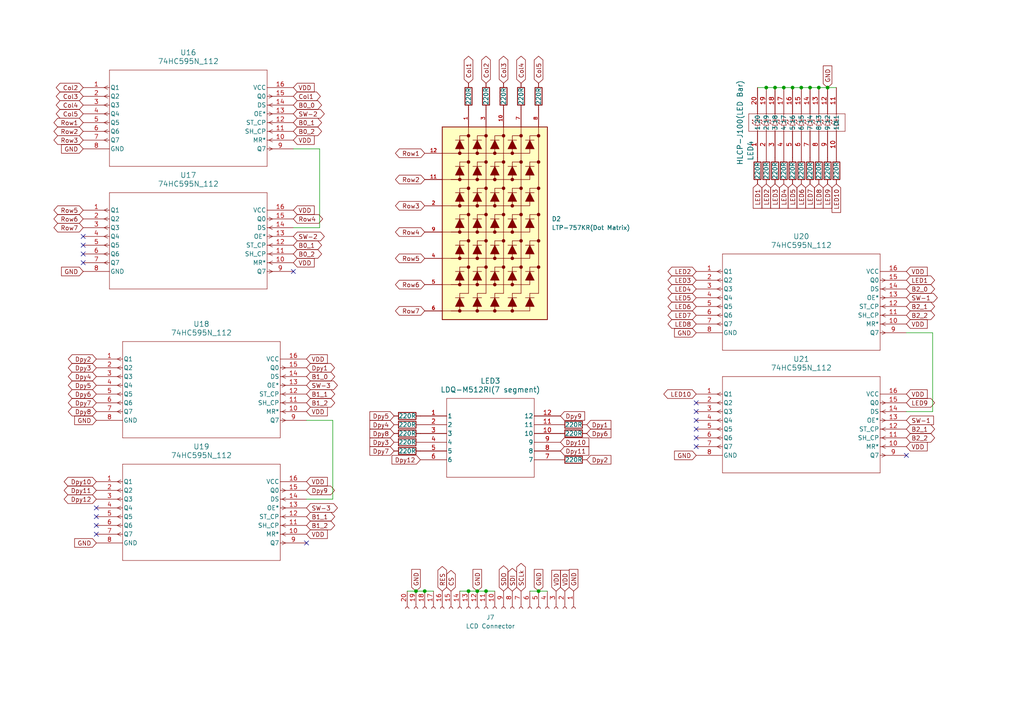
<source format=kicad_sch>
(kicad_sch (version 20231120) (generator "eeschema") (generator_version "8.0")
  (paper "A4")
  (lib_symbols
    (symbol "2024-03-06_11-21-40:LDQ-M512RI" (pin_names (offset 0.254))
      (property "Reference" "LED" (at 20.32 10.16 0))
      (property "Value" "LDQ-M512RI" (at 20.32 7.62 0))
      (symbol "LDQ-M512RI_0_1"
        (pin unspecified line (at 0 0 0) (length 7.62) (name "1") (number "1"))
        (pin unspecified line (at 40.64 -5.08 180) (length 7.62) (name "10") (number "10"))
        (pin unspecified line (at 40.64 -2.54 180) (length 7.62) (name "11") (number "11"))
        (pin unspecified line (at 40.64 0 180) (length 7.62) (name "12") (number "12"))
        (pin unspecified line (at 0 -2.54 0) (length 7.62) (name "2") (number "2"))
        (pin unspecified line (at 0 -5.08 0) (length 7.62) (name "3") (number "3"))
        (pin unspecified line (at 0 -7.62 0) (length 7.62) (name "4") (number "4"))
        (pin unspecified line (at 0 -10.16 0) (length 7.62) (name "5") (number "5"))
        (pin unspecified line (at 0 -12.7 0) (length 7.62) (name "6") (number "6"))
        (pin unspecified line (at 40.64 -12.7 180) (length 7.62) (name "7") (number "7"))
        (pin unspecified line (at 40.64 -10.16 180) (length 7.62) (name "8") (number "8"))
        (pin unspecified line (at 40.64 -7.62 180) (length 7.62) (name "9") (number "9"))
      )
    )
    (symbol "2024-03-06_12-41-42:HLCP-J100" (pin_names (offset 0.254))
      (property "Reference" "LED" (at 10.16 7.62 0))
      (property "Value" "HLCP-J100" (at 12.7 5.08 0))
      (symbol "HLCP-J100_0_1"
        (pin unspecified line (at 0 0 0) (length 7.62) (name "1") (number "1"))
        (pin unspecified line (at 0 -22.86 0) (length 7.62) (name "10") (number "10"))
        (pin unspecified line (at 20.32 -22.86 180) (length 7.62) (name "11") (number "11"))
        (pin unspecified line (at 20.32 -20.32 180) (length 7.62) (name "12") (number "12"))
        (pin unspecified line (at 20.32 -17.78 180) (length 7.62) (name "13") (number "13"))
        (pin unspecified line (at 20.32 -15.24 180) (length 7.62) (name "14") (number "14"))
        (pin unspecified line (at 20.32 -12.7 180) (length 7.62) (name "15") (number "15"))
        (pin unspecified line (at 20.32 -10.16 180) (length 7.62) (name "16") (number "16"))
        (pin unspecified line (at 20.32 -7.62 180) (length 7.62) (name "17") (number "17"))
        (pin unspecified line (at 20.32 -5.08 180) (length 7.62) (name "18") (number "18"))
        (pin unspecified line (at 20.32 -2.54 180) (length 7.62) (name "19") (number "19"))
        (pin unspecified line (at 0 -2.54 0) (length 7.62) (name "2") (number "2"))
        (pin unspecified line (at 20.32 0 180) (length 7.62) (name "20") (number "20"))
        (pin unspecified line (at 0 -5.08 0) (length 7.62) (name "3") (number "3"))
        (pin unspecified line (at 0 -7.62 0) (length 7.62) (name "4") (number "4"))
        (pin unspecified line (at 0 -10.16 0) (length 7.62) (name "5") (number "5"))
        (pin unspecified line (at 0 -12.7 0) (length 7.62) (name "6") (number "6"))
        (pin unspecified line (at 0 -15.24 0) (length 7.62) (name "7") (number "7"))
        (pin unspecified line (at 0 -17.78 0) (length 7.62) (name "8") (number "8"))
        (pin unspecified line (at 0 -20.32 0) (length 7.62) (name "9") (number "9"))
      )
    )
    (symbol "2024-03-29_06-21-10:74HC595N_112" (pin_names (offset 0.254))
      (property "Reference" "U" (at 30.48 10.16 0))
      (property "Value" "74HC595N_112" (at 30.48 7.62 0))
      (symbol "74HC595N_112_0_1"
        (pin output line (at 0 0 0) (length 7.62) (name "Q1") (number "1"))
        (pin input line (at 60.96 -15.24 180) (length 7.62) (name "MR*") (number "10"))
        (pin input line (at 60.96 -12.7 180) (length 7.62) (name "SH_CP") (number "11"))
        (pin input line (at 60.96 -10.16 180) (length 7.62) (name "ST_CP") (number "12"))
        (pin output line (at 60.96 -7.62 180) (length 7.62) (name "OE*") (number "13"))
        (pin input line (at 60.96 -5.08 180) (length 7.62) (name "DS") (number "14"))
        (pin output line (at 60.96 -2.54 180) (length 7.62) (name "Q0") (number "15"))
        (pin power_in line (at 60.96 0 180) (length 7.62) (name "VCC") (number "16"))
        (pin output line (at 0 -2.54 0) (length 7.62) (name "Q2") (number "2"))
        (pin output line (at 0 -5.08 0) (length 7.62) (name "Q3") (number "3"))
        (pin output line (at 0 -7.62 0) (length 7.62) (name "Q4") (number "4"))
        (pin output line (at 0 -10.16 0) (length 7.62) (name "Q5") (number "5"))
        (pin output line (at 0 -12.7 0) (length 7.62) (name "Q6") (number "6"))
        (pin output line (at 0 -15.24 0) (length 7.62) (name "Q7") (number "7"))
        (pin power_in line (at 0 -17.78 0) (length 7.62) (name "GND") (number "8"))
        (pin output line (at 60.96 -17.78 180) (length 7.62) (name "Q7") (number "9"))
      )
    )
    (symbol "Connector:Conn_01x20_Socket" (pin_names (offset 1.016) hide)
      (property "Reference" "J" (at 0 25.4 0))
      (property "Value" "Conn_01x20_Socket" (at 0 -27.94 0))
      (symbol "Conn_01x20_Socket_1_1"
        (pin passive line (at -5.08 22.86 0) (length 3.81) (name "Pin_1") (number "1"))
        (pin passive line (at -5.08 0 0) (length 3.81) (name "Pin_10") (number "10"))
        (pin passive line (at -5.08 -2.54 0) (length 3.81) (name "Pin_11") (number "11"))
        (pin passive line (at -5.08 -5.08 0) (length 3.81) (name "Pin_12") (number "12"))
        (pin passive line (at -5.08 -7.62 0) (length 3.81) (name "Pin_13") (number "13"))
        (pin passive line (at -5.08 -10.16 0) (length 3.81) (name "Pin_14") (number "14"))
        (pin passive line (at -5.08 -12.7 0) (length 3.81) (name "Pin_15") (number "15"))
        (pin passive line (at -5.08 -15.24 0) (length 3.81) (name "Pin_16") (number "16"))
        (pin passive line (at -5.08 -17.78 0) (length 3.81) (name "Pin_17") (number "17"))
        (pin passive line (at -5.08 -20.32 0) (length 3.81) (name "Pin_18") (number "18"))
        (pin passive line (at -5.08 -22.86 0) (length 3.81) (name "Pin_19") (number "19"))
        (pin passive line (at -5.08 20.32 0) (length 3.81) (name "Pin_2") (number "2"))
        (pin passive line (at -5.08 -25.4 0) (length 3.81) (name "Pin_20") (number "20"))
        (pin passive line (at -5.08 17.78 0) (length 3.81) (name "Pin_3") (number "3"))
        (pin passive line (at -5.08 15.24 0) (length 3.81) (name "Pin_4") (number "4"))
        (pin passive line (at -5.08 12.7 0) (length 3.81) (name "Pin_5") (number "5"))
        (pin passive line (at -5.08 10.16 0) (length 3.81) (name "Pin_6") (number "6"))
        (pin passive line (at -5.08 7.62 0) (length 3.81) (name "Pin_7") (number "7"))
        (pin passive line (at -5.08 5.08 0) (length 3.81) (name "Pin_8") (number "8"))
        (pin passive line (at -5.08 2.54 0) (length 3.81) (name "Pin_9") (number "9"))
      )
    )
    (symbol "Device:R" (pin_numbers hide) (pin_names (offset 0))
      (property "Reference" "R" (at 2.032 0 90))
      (property "Value" "R" (at 0 0 90))
      (symbol "R_1_1"
        (pin passive line (at 0 3.81 270) (length 1.27) (name "~") (number "1"))
        (pin passive line (at 0 -3.81 90) (length 1.27) (name "~") (number "2"))
      )
    )
    (symbol "LTP-757KR:LTP-757KR" (pin_names (offset 1.016))
      (property "Reference" "D" (at -17.78 30.48 0))
      (property "Value" "LTP-757KR" (at -17.78 -30.48 0))
      (symbol "LTP-757KR_0_0"
        (pin passive line (at -7.62 33.02 270) (length 5.08) (name "~") (number "1"))
        (pin passive line (at 2.54 33.02 270) (length 5.08) (name "~") (number "10"))
        (pin passive line (at -20.32 12.7 0) (length 5.08) (name "~") (number "11"))
        (pin passive line (at -20.32 20.32 0) (length 5.08) (name "~") (number "12"))
        (pin passive line (at -20.32 5.08 0) (length 5.08) (name "~") (number "2"))
        (pin passive line (at -2.54 33.02 270) (length 5.08) (name "~") (number "3"))
        (pin passive line (at -20.32 -10.16 0) (length 5.08) (name "~") (number "4"))
        (pin passive line (at -20.32 -17.78 0) (length 5.08) (name "~") (number "5"))
        (pin passive line (at -20.32 -25.4 0) (length 5.08) (name "~") (number "6"))
        (pin passive line (at 7.62 33.02 270) (length 5.08) (name "~") (number "7"))
        (pin passive line (at 12.7 33.02 270) (length 5.08) (name "~") (number "8"))
        (pin passive line (at -20.32 -2.54 0) (length 5.08) (name "~") (number "9"))
      )
    )
  )
  (junction (at 227.33 25.4))
  (junction (at 234.95 25.4))
  (junction (at 135.89 171.45))
  (junction (at 222.25 25.4))
  (junction (at 140.97 171.45))
  (junction (at 224.79 25.4))
  (junction (at 120.65 171.45))
  (junction (at 138.43 171.45))
  (junction (at 240.03 25.4))
  (junction (at 123.19 171.45))
  (junction (at 237.49 25.4))
  (junction (at 232.41 25.4))
  (junction (at 156.21 171.45))
  (junction (at 229.87 25.4))
  (no_connect (at 201.93 116.84))
  (no_connect (at 201.93 127))
  (no_connect (at 24.13 68.58))
  (no_connect (at 27.94 149.86))
  (no_connect (at 88.9 157.48))
  (no_connect (at 201.93 121.92))
  (no_connect (at 24.13 73.66))
  (no_connect (at 27.94 147.32))
  (no_connect (at 24.13 71.12))
  (no_connect (at 27.94 154.94))
  (no_connect (at 27.94 152.4))
  (no_connect (at 24.13 76.2))
  (no_connect (at 201.93 129.54))
  (no_connect (at 201.93 119.38))
  (no_connect (at 85.09 78.74))
  (no_connect (at 201.93 124.46))
  (no_connect (at 262.89 132.08))
  (wire (pts (xy 262.89 119.38) (xy 270.51 119.38)))
  (wire (pts (xy 92.71 66.04) (xy 92.71 43.18)))
  (wire (pts (xy 138.43 171.45) (xy 140.97 171.45)))
  (wire (pts (xy 135.89 171.45) (xy 138.43 171.45)))
  (wire (pts (xy 229.87 25.4) (xy 232.41 25.4)))
  (wire (pts (xy 232.41 25.4) (xy 234.95 25.4)))
  (wire (pts (xy 270.51 96.52) (xy 262.89 96.52)))
  (wire (pts (xy 156.21 171.45) (xy 158.75 171.45)))
  (wire (pts (xy 227.33 25.4) (xy 229.87 25.4)))
  (wire (pts (xy 240.03 25.4) (xy 242.57 25.4)))
  (wire (pts (xy 234.95 25.4) (xy 237.49 25.4)))
  (wire (pts (xy 118.11 171.45) (xy 120.65 171.45)))
  (wire (pts (xy 140.97 171.45) (xy 143.51 171.45)))
  (wire (pts (xy 219.71 25.4) (xy 222.25 25.4)))
  (wire (pts (xy 133.35 171.45) (xy 135.89 171.45)))
  (wire (pts (xy 237.49 25.4) (xy 240.03 25.4)))
  (wire (pts (xy 224.79 25.4) (xy 227.33 25.4)))
  (wire (pts (xy 153.67 171.45) (xy 156.21 171.45)))
  (wire (pts (xy 123.19 171.45) (xy 125.73 171.45)))
  (wire (pts (xy 96.52 144.78) (xy 96.52 121.92)))
  (wire (pts (xy 92.71 43.18) (xy 85.09 43.18)))
  (wire (pts (xy 120.65 171.45) (xy 123.19 171.45)))
  (wire (pts (xy 96.52 121.92) (xy 88.9 121.92)))
  (wire (pts (xy 85.09 66.04) (xy 92.71 66.04)))
  (wire (pts (xy 222.25 25.4) (xy 224.79 25.4)))
  (wire (pts (xy 270.51 119.38) (xy 270.51 96.52)))
  (wire (pts (xy 88.9 144.78) (xy 96.52 144.78)))
  (global_label "RES" (shape bidirectional) (at 128.27 171.45 90) (property "Intersheetrefs" "${INTERSHEET_REFS}" (effects (hide yes))))
  (global_label "Col4" (shape bidirectional) (at 151.13 24.13 90) (property "Intersheetrefs" "${INTERSHEET_REFS}" (effects (hide yes))))
  (global_label "Col5" (shape bidirectional) (at 156.21 24.13 90) (property "Intersheetrefs" "${INTERSHEET_REFS}" (effects (hide yes))))
  (global_label "Dpy7" (shape bidirectional) (at 27.94 116.84 180) (property "Intersheetrefs" "${INTERSHEET_REFS}" (effects (hide yes))))
  (global_label "GND" (shape input) (at 240.03 25.4 90) (property "Intersheetrefs" "${INTERSHEET_REFS}" (effects (hide yes))))
  (global_label "Dpy10" (shape bidirectional) (at 27.94 139.7 180) (property "Intersheetrefs" "${INTERSHEET_REFS}" (effects (hide yes))))
  (global_label "SW-2" (shape bidirectional) (at 85.09 33.02 0) (property "Intersheetrefs" "${INTERSHEET_REFS}" (effects (hide yes))))
  (global_label "Dpy6" (shape input) (at 170.18 125.73 0) (property "Intersheetrefs" "${INTERSHEET_REFS}" (effects (hide yes))))
  (global_label "B2_1" (shape bidirectional) (at 262.89 124.46 0) (property "Intersheetrefs" "${INTERSHEET_REFS}" (effects (hide yes))))
  (global_label "Row6" (shape bidirectional) (at 123.19 82.55 180) (property "Intersheetrefs" "${INTERSHEET_REFS}" (effects (hide yes))))
  (global_label "B1_2" (shape bidirectional) (at 88.9 152.4 0) (property "Intersheetrefs" "${INTERSHEET_REFS}" (effects (hide yes))))
  (global_label "B0_1" (shape bidirectional) (at 85.09 71.12 0) (property "Intersheetrefs" "${INTERSHEET_REFS}" (effects (hide yes))))
  (global_label "Row7" (shape bidirectional) (at 123.19 90.17 180) (property "Intersheetrefs" "${INTERSHEET_REFS}" (effects (hide yes))))
  (global_label "Dpy1" (shape bidirectional) (at 88.9 106.68 0) (property "Intersheetrefs" "${INTERSHEET_REFS}" (effects (hide yes))))
  (global_label "GND" (shape input) (at 24.13 43.18 180) (property "Intersheetrefs" "${INTERSHEET_REFS}" (effects (hide yes))))
  (global_label "GND" (shape input) (at 201.93 96.52 180) (property "Intersheetrefs" "${INTERSHEET_REFS}" (effects (hide yes))))
  (global_label "Col3" (shape bidirectional) (at 146.05 24.13 90) (property "Intersheetrefs" "${INTERSHEET_REFS}" (effects (hide yes))))
  (global_label "Dpy2" (shape bidirectional) (at 27.94 104.14 180) (property "Intersheetrefs" "${INTERSHEET_REFS}" (effects (hide yes))))
  (global_label "GND" (shape input) (at 120.65 171.45 90) (property "Intersheetrefs" "${INTERSHEET_REFS}" (effects (hide yes))))
  (global_label "Dpy6" (shape bidirectional) (at 27.94 114.3 180) (property "Intersheetrefs" "${INTERSHEET_REFS}" (effects (hide yes))))
  (global_label "Dpy9" (shape input) (at 162.56 120.65 0) (property "Intersheetrefs" "${INTERSHEET_REFS}" (effects (hide yes))))
  (global_label "LED8" (shape input) (at 237.49 53.34 270) (property "Intersheetrefs" "${INTERSHEET_REFS}" (effects (hide yes))))
  (global_label "B1_0" (shape bidirectional) (at 88.9 109.22 0) (property "Intersheetrefs" "${INTERSHEET_REFS}" (effects (hide yes))))
  (global_label "Col3" (shape bidirectional) (at 24.13 27.94 180) (property "Intersheetrefs" "${INTERSHEET_REFS}" (effects (hide yes))))
  (global_label "B2_2" (shape bidirectional) (at 262.89 127 0) (property "Intersheetrefs" "${INTERSHEET_REFS}" (effects (hide yes))))
  (global_label "LED3" (shape input) (at 224.79 53.34 270) (property "Intersheetrefs" "${INTERSHEET_REFS}" (effects (hide yes))))
  (global_label "SDI" (shape bidirectional) (at 148.59 171.45 90) (property "Intersheetrefs" "${INTERSHEET_REFS}" (effects (hide yes))))
  (global_label "Dpy12" (shape input) (at 121.92 133.35 180) (property "Intersheetrefs" "${INTERSHEET_REFS}" (effects (hide yes))))
  (global_label "Row5" (shape bidirectional) (at 123.19 74.93 180) (property "Intersheetrefs" "${INTERSHEET_REFS}" (effects (hide yes))))
  (global_label "LED2" (shape input) (at 222.25 53.34 270) (property "Intersheetrefs" "${INTERSHEET_REFS}" (effects (hide yes))))
  (global_label "SW-2" (shape bidirectional) (at 85.09 68.58 0) (property "Intersheetrefs" "${INTERSHEET_REFS}" (effects (hide yes))))
  (global_label "GND" (shape input) (at 138.43 171.45 90) (property "Intersheetrefs" "${INTERSHEET_REFS}" (effects (hide yes))))
  (global_label "Dpy12" (shape bidirectional) (at 27.94 144.78 180) (property "Intersheetrefs" "${INTERSHEET_REFS}" (effects (hide yes))))
  (global_label "LED8" (shape bidirectional) (at 201.93 93.98 180) (property "Intersheetrefs" "${INTERSHEET_REFS}" (effects (hide yes))))
  (global_label "Dpy11" (shape input) (at 162.56 130.81 0) (property "Intersheetrefs" "${INTERSHEET_REFS}" (effects (hide yes))))
  (global_label "B0_2" (shape bidirectional) (at 85.09 73.66 0) (property "Intersheetrefs" "${INTERSHEET_REFS}" (effects (hide yes))))
  (global_label "Dpy4" (shape input) (at 114.3 123.19 180) (property "Intersheetrefs" "${INTERSHEET_REFS}" (effects (hide yes))))
  (global_label "VDD" (shape input) (at 88.9 104.14 0) (property "Intersheetrefs" "${INTERSHEET_REFS}" (effects (hide yes))))
  (global_label "VDD" (shape input) (at 85.09 76.2 0) (property "Intersheetrefs" "${INTERSHEET_REFS}" (effects (hide yes))))
  (global_label "LED10" (shape input) (at 242.57 53.34 270) (property "Intersheetrefs" "${INTERSHEET_REFS}" (effects (hide yes))))
  (global_label "Dpy1" (shape input) (at 170.18 123.19 0) (property "Intersheetrefs" "${INTERSHEET_REFS}" (effects (hide yes))))
  (global_label "GND" (shape input) (at 27.94 121.92 180) (property "Intersheetrefs" "${INTERSHEET_REFS}" (effects (hide yes))))
  (global_label "SCLk" (shape bidirectional) (at 151.13 171.45 90) (property "Intersheetrefs" "${INTERSHEET_REFS}" (effects (hide yes))))
  (global_label "VDD" (shape input) (at 161.29 171.45 90) (property "Intersheetrefs" "${INTERSHEET_REFS}" (effects (hide yes))))
  (global_label "GND" (shape input) (at 166.37 171.45 90) (property "Intersheetrefs" "${INTERSHEET_REFS}" (effects (hide yes))))
  (global_label "Dpy9" (shape bidirectional) (at 88.9 142.24 0) (property "Intersheetrefs" "${INTERSHEET_REFS}" (effects (hide yes))))
  (global_label "LED7" (shape input) (at 234.95 53.34 270) (property "Intersheetrefs" "${INTERSHEET_REFS}" (effects (hide yes))))
  (global_label "Row3" (shape bidirectional) (at 24.13 40.64 180) (property "Intersheetrefs" "${INTERSHEET_REFS}" (effects (hide yes))))
  (global_label "LED9" (shape input) (at 240.03 53.34 270) (property "Intersheetrefs" "${INTERSHEET_REFS}" (effects (hide yes))))
  (global_label "B0_1" (shape bidirectional) (at 85.09 35.56 0) (property "Intersheetrefs" "${INTERSHEET_REFS}" (effects (hide yes))))
  (global_label "VDD" (shape input) (at 85.09 25.4 0) (property "Intersheetrefs" "${INTERSHEET_REFS}" (effects (hide yes))))
  (global_label "Dpy3" (shape bidirectional) (at 27.94 106.68 180) (property "Intersheetrefs" "${INTERSHEET_REFS}" (effects (hide yes))))
  (global_label "B0_0" (shape bidirectional) (at 85.09 30.48 0) (property "Intersheetrefs" "${INTERSHEET_REFS}" (effects (hide yes))))
  (global_label "LED4" (shape bidirectional) (at 201.93 83.82 180) (property "Intersheetrefs" "${INTERSHEET_REFS}" (effects (hide yes))))
  (global_label "VDD" (shape input) (at 85.09 40.64 0) (property "Intersheetrefs" "${INTERSHEET_REFS}" (effects (hide yes))))
  (global_label "VDD" (shape input) (at 262.89 114.3 0) (property "Intersheetrefs" "${INTERSHEET_REFS}" (effects (hide yes))))
  (global_label "VDD" (shape input) (at 88.9 154.94 0) (property "Intersheetrefs" "${INTERSHEET_REFS}" (effects (hide yes))))
  (global_label "LED1" (shape bidirectional) (at 262.89 81.28 0) (property "Intersheetrefs" "${INTERSHEET_REFS}" (effects (hide yes))))
  (global_label "LED2" (shape bidirectional) (at 201.93 78.74 180) (property "Intersheetrefs" "${INTERSHEET_REFS}" (effects (hide yes))))
  (global_label "LED4" (shape input) (at 227.33 53.34 270) (property "Intersheetrefs" "${INTERSHEET_REFS}" (effects (hide yes))))
  (global_label "Row5" (shape bidirectional) (at 24.13 60.96 180) (property "Intersheetrefs" "${INTERSHEET_REFS}" (effects (hide yes))))
  (global_label "Dpy5" (shape input) (at 114.3 120.65 180) (property "Intersheetrefs" "${INTERSHEET_REFS}" (effects (hide yes))))
  (global_label "CS" (shape bidirectional) (at 130.81 171.45 90) (property "Intersheetrefs" "${INTERSHEET_REFS}" (effects (hide yes))))
  (global_label "SDO" (shape bidirectional) (at 146.05 171.45 90) (property "Intersheetrefs" "${INTERSHEET_REFS}" (effects (hide yes))))
  (global_label "B2_1" (shape bidirectional) (at 262.89 88.9 0) (property "Intersheetrefs" "${INTERSHEET_REFS}" (effects (hide yes))))
  (global_label "B1_1" (shape bidirectional) (at 88.9 149.86 0) (property "Intersheetrefs" "${INTERSHEET_REFS}" (effects (hide yes))))
  (global_label "VDD" (shape input) (at 163.83 171.45 90) (property "Intersheetrefs" "${INTERSHEET_REFS}" (effects (hide yes))))
  (global_label "SW-3" (shape bidirectional) (at 88.9 111.76 0) (property "Intersheetrefs" "${INTERSHEET_REFS}" (effects (hide yes))))
  (global_label "Dpy2" (shape input) (at 170.18 133.35 0) (property "Intersheetrefs" "${INTERSHEET_REFS}" (effects (hide yes))))
  (global_label "Col1" (shape bidirectional) (at 135.89 24.13 90) (property "Intersheetrefs" "${INTERSHEET_REFS}" (effects (hide yes))))
  (global_label "Col1" (shape bidirectional) (at 85.09 27.94 0) (property "Intersheetrefs" "${INTERSHEET_REFS}" (effects (hide yes))))
  (global_label "LED7" (shape bidirectional) (at 201.93 91.44 180) (property "Intersheetrefs" "${INTERSHEET_REFS}" (effects (hide yes))))
  (global_label "Row4" (shape bidirectional) (at 123.19 67.31 180) (property "Intersheetrefs" "${INTERSHEET_REFS}" (effects (hide yes))))
  (global_label "B2_2" (shape bidirectional) (at 262.89 91.44 0) (property "Intersheetrefs" "${INTERSHEET_REFS}" (effects (hide yes))))
  (global_label "B0_2" (shape bidirectional) (at 85.09 38.1 0) (property "Intersheetrefs" "${INTERSHEET_REFS}" (effects (hide yes))))
  (global_label "Dpy11" (shape bidirectional) (at 27.94 142.24 180) (property "Intersheetrefs" "${INTERSHEET_REFS}" (effects (hide yes))))
  (global_label "Dpy8" (shape input) (at 114.3 125.73 180) (property "Intersheetrefs" "${INTERSHEET_REFS}" (effects (hide yes))))
  (global_label "Row7" (shape bidirectional) (at 24.13 66.04 180) (property "Intersheetrefs" "${INTERSHEET_REFS}" (effects (hide yes))))
  (global_label "Row2" (shape bidirectional) (at 123.19 52.07 180) (property "Intersheetrefs" "${INTERSHEET_REFS}" (effects (hide yes))))
  (global_label "VDD" (shape input) (at 262.89 129.54 0) (property "Intersheetrefs" "${INTERSHEET_REFS}" (effects (hide yes))))
  (global_label "Row2" (shape bidirectional) (at 24.13 38.1 180) (property "Intersheetrefs" "${INTERSHEET_REFS}" (effects (hide yes))))
  (global_label "VDD" (shape input) (at 262.89 78.74 0) (property "Intersheetrefs" "${INTERSHEET_REFS}" (effects (hide yes))))
  (global_label "Dpy5" (shape bidirectional) (at 27.94 111.76 180) (property "Intersheetrefs" "${INTERSHEET_REFS}" (effects (hide yes))))
  (global_label "Row6" (shape bidirectional) (at 24.13 63.5 180) (property "Intersheetrefs" "${INTERSHEET_REFS}" (effects (hide yes))))
  (global_label "Col2" (shape bidirectional) (at 24.13 25.4 180) (property "Intersheetrefs" "${INTERSHEET_REFS}" (effects (hide yes))))
  (global_label "Col4" (shape bidirectional) (at 24.13 30.48 180) (property "Intersheetrefs" "${INTERSHEET_REFS}" (effects (hide yes))))
  (global_label "Dpy4" (shape bidirectional) (at 27.94 109.22 180) (property "Intersheetrefs" "${INTERSHEET_REFS}" (effects (hide yes))))
  (global_label "SW-1" (shape bidirectional) (at 262.89 86.36 0) (property "Intersheetrefs" "${INTERSHEET_REFS}" (effects (hide yes))))
  (global_label "VDD" (shape input) (at 262.89 93.98 0) (property "Intersheetrefs" "${INTERSHEET_REFS}" (effects (hide yes))))
  (global_label "VDD" (shape input) (at 88.9 119.38 0) (property "Intersheetrefs" "${INTERSHEET_REFS}" (effects (hide yes))))
  (global_label "Dpy10" (shape input) (at 162.56 128.27 0) (property "Intersheetrefs" "${INTERSHEET_REFS}" (effects (hide yes))))
  (global_label "LED9" (shape bidirectional) (at 262.89 116.84 0) (property "Intersheetrefs" "${INTERSHEET_REFS}" (effects (hide yes))))
  (global_label "GND" (shape input) (at 156.21 171.45 90) (property "Intersheetrefs" "${INTERSHEET_REFS}" (effects (hide yes))))
  (global_label "Dpy8" (shape bidirectional) (at 27.94 119.38 180) (property "Intersheetrefs" "${INTERSHEET_REFS}" (effects (hide yes))))
  (global_label "SW-3" (shape bidirectional) (at 88.9 147.32 0) (property "Intersheetrefs" "${INTERSHEET_REFS}" (effects (hide yes))))
  (global_label "Dpy3" (shape input) (at 114.3 128.27 180) (property "Intersheetrefs" "${INTERSHEET_REFS}" (effects (hide yes))))
  (global_label "Row1" (shape bidirectional) (at 24.13 35.56 180) (property "Intersheetrefs" "${INTERSHEET_REFS}" (effects (hide yes))))
  (global_label "Row1" (shape bidirectional) (at 123.19 44.45 180) (property "Intersheetrefs" "${INTERSHEET_REFS}" (effects (hide yes))))
  (global_label "LED1" (shape input) (at 219.71 53.34 270) (property "Intersheetrefs" "${INTERSHEET_REFS}" (effects (hide yes))))
  (global_label "LED6" (shape input) (at 232.41 53.34 270) (property "Intersheetrefs" "${INTERSHEET_REFS}" (effects (hide yes))))
  (global_label "B2_0" (shape bidirectional) (at 262.89 83.82 0) (property "Intersheetrefs" "${INTERSHEET_REFS}" (effects (hide yes))))
  (global_label "B1_2" (shape bidirectional) (at 88.9 116.84 0) (property "Intersheetrefs" "${INTERSHEET_REFS}" (effects (hide yes))))
  (global_label "Dpy7" (shape input) (at 114.3 130.81 180) (property "Intersheetrefs" "${INTERSHEET_REFS}" (effects (hide yes))))
  (global_label "LED5" (shape input) (at 229.87 53.34 270) (property "Intersheetrefs" "${INTERSHEET_REFS}" (effects (hide yes))))
  (global_label "GND" (shape input) (at 24.13 78.74 180) (property "Intersheetrefs" "${INTERSHEET_REFS}" (effects (hide yes))))
  (global_label "LED6" (shape bidirectional) (at 201.93 88.9 180) (property "Intersheetrefs" "${INTERSHEET_REFS}" (effects (hide yes))))
  (global_label "SW-1" (shape input) (at 262.89 121.92 0) (property "Intersheetrefs" "${INTERSHEET_REFS}" (effects (hide yes))))
  (global_label "LED10" (shape bidirectional) (at 201.93 114.3 180) (property "Intersheetrefs" "${INTERSHEET_REFS}" (effects (hide yes))))
  (global_label "LED3" (shape bidirectional) (at 201.93 81.28 180) (property "Intersheetrefs" "${INTERSHEET_REFS}" (effects (hide yes))))
  (global_label "VDD" (shape input) (at 85.09 60.96 0) (property "Intersheetrefs" "${INTERSHEET_REFS}" (effects (hide yes))))
  (global_label "VDD" (shape input) (at 88.9 139.7 0) (property "Intersheetrefs" "${INTERSHEET_REFS}" (effects (hide yes))))
  (global_label "GND" (shape input) (at 201.93 132.08 180) (property "Intersheetrefs" "${INTERSHEET_REFS}" (effects (hide yes))))
  (global_label "LED5" (shape bidirectional) (at 201.93 86.36 180) (property "Intersheetrefs" "${INTERSHEET_REFS}" (effects (hide yes))))
  (global_label "Row4" (shape bidirectional) (at 85.09 63.5 0) (property "Intersheetrefs" "${INTERSHEET_REFS}" (effects (hide yes))))
  (global_label "Col2" (shape bidirectional) (at 140.97 24.13 90) (property "Intersheetrefs" "${INTERSHEET_REFS}" (effects (hide yes))))
  (global_label "GND" (shape input) (at 27.94 157.48 180) (property "Intersheetrefs" "${INTERSHEET_REFS}" (effects (hide yes))))
  (global_label "Col5" (shape bidirectional) (at 24.13 33.02 180) (property "Intersheetrefs" "${INTERSHEET_REFS}" (effects (hide yes))))
  (global_label "B1_1" (shape bidirectional) (at 88.9 114.3 0) (property "Intersheetrefs" "${INTERSHEET_REFS}" (effects (hide yes))))
  (global_label "Row3" (shape bidirectional) (at 123.19 59.69 180) (property "Intersheetrefs" "${INTERSHEET_REFS}" (effects (hide yes))))
  (symbol (lib_id "Device:R") (at 242.57 49.53 180) (unit 1)
    (property "Reference" "R51" (effects (hide yes)))
    (property "Value" "220R" (at 242.57 49.53 90))
    (property "Footprint" "Resistor_SMD:R_0603_1608Metric" (effects (hide yes)))
    (property "Description" "Resistor" (effects (hide yes)))
  )
  (symbol (lib_id "2024-03-06_11-21-40:LDQ-M512RI") (at 121.92 120.65 0) (unit 1)
    (property "Reference" "LED3" (at 142.24 110.49 0) (effects (font (size 1.524 1.524))))
    (property "Value" "LDQ-M512RI(7 segment)" (at 142.24 113.03 0) (effects (font (size 1.524 1.524))))
    (property "Footprint" "footprints1:LDQ-M512RI_50P3X19_LUM" (effects (hide yes)))
    (property "Datasheet" "LDQ-M512RI" (effects (hide yes)))
  )
  (symbol (lib_id "Device:R") (at 118.11 125.73 90) (unit 1)
    (property "Reference" "R39" (effects (hide yes)))
    (property "Value" "220R" (at 118.11 125.73 90))
    (property "Footprint" "Resistor_SMD:R_0603_1608Metric" (effects (hide yes)))
    (property "Description" "Resistor" (effects (hide yes)))
  )
  (symbol (lib_id "Device:R") (at 237.49 49.53 180) (unit 1)
    (property "Reference" "R49" (effects (hide yes)))
    (property "Value" "220R" (at 237.49 49.53 90))
    (property "Footprint" "Resistor_SMD:R_0603_1608Metric" (effects (hide yes)))
    (property "Description" "Resistor" (effects (hide yes)))
  )
  (symbol (lib_id "Device:R") (at 224.79 49.53 180) (unit 1)
    (property "Reference" "R44" (effects (hide yes)))
    (property "Value" "220R" (at 224.79 49.53 90))
    (property "Footprint" "Resistor_SMD:R_0603_1608Metric" (effects (hide yes)))
    (property "Description" "Resistor" (effects (hide yes)))
  )
  (symbol (lib_id "Device:R") (at 229.87 49.53 180) (unit 1)
    (property "Reference" "R46" (effects (hide yes)))
    (property "Value" "220R" (at 229.87 49.53 90))
    (property "Footprint" "Resistor_SMD:R_0603_1608Metric" (effects (hide yes)))
    (property "Description" "Resistor" (effects (hide yes)))
  )
  (symbol (lib_id "Device:R") (at 118.11 120.65 90) (unit 1)
    (property "Reference" "R36" (effects (hide yes)))
    (property "Value" "220R" (at 118.11 120.65 90))
    (property "Footprint" "Resistor_SMD:R_0603_1608Metric" (effects (hide yes)))
    (property "Description" "Resistor" (effects (hide yes)))
  )
  (symbol (lib_id "Device:R") (at 135.89 27.94 180) (unit 1)
    (property "Reference" "R52" (effects (hide yes)))
    (property "Value" "220R" (at 135.89 27.94 90))
    (property "Footprint" "Resistor_SMD:R_0603_1608Metric" (effects (hide yes)))
    (property "Description" "Resistor" (effects (hide yes)))
  )
  (symbol (lib_id "2024-03-29_06-21-10:74HC595N_112") (at 24.13 25.4 0) (unit 1)
    (property "Reference" "U16" (at 54.61 15.24 0) (effects (font (size 1.524 1.524))))
    (property "Value" "74HC595N_112" (at 54.61 17.78 0) (effects (font (size 1.524 1.524))))
    (property "Footprint" "74HC595N_112:74HC595N_112" (effects (hide yes)))
    (property "Datasheet" "74HC595N_112" (effects (hide yes)))
  )
  (symbol (lib_id "Device:R") (at 146.05 27.94 180) (unit 1)
    (property "Reference" "R54" (effects (hide yes)))
    (property "Value" "220R" (at 146.05 27.94 90))
    (property "Footprint" "Resistor_SMD:R_0603_1608Metric" (effects (hide yes)))
    (property "Description" "Resistor" (effects (hide yes)))
  )
  (symbol (lib_id "Device:R") (at 118.11 123.19 90) (unit 1)
    (property "Reference" "R38" (effects (hide yes)))
    (property "Value" "220R" (at 118.11 123.19 90))
    (property "Footprint" "Resistor_SMD:R_0603_1608Metric" (effects (hide yes)))
    (property "Description" "Resistor" (effects (hide yes)))
  )
  (symbol (lib_id "Device:R") (at 118.11 128.27 90) (unit 1)
    (property "Reference" "R40" (effects (hide yes)))
    (property "Value" "220R" (at 118.11 128.27 90))
    (property "Footprint" "Resistor_SMD:R_0603_1608Metric" (effects (hide yes)))
    (property "Description" "Resistor" (effects (hide yes)))
  )
  (symbol (lib_id "2024-03-29_06-21-10:74HC595N_112") (at 27.94 104.14 0) (unit 1)
    (property "Reference" "U18" (at 58.42 93.98 0) (effects (font (size 1.524 1.524))))
    (property "Value" "74HC595N_112" (at 58.42 96.52 0) (effects (font (size 1.524 1.524))))
    (property "Footprint" "74HC595N_112:74HC595N_112" (effects (hide yes)))
    (property "Datasheet" "74HC595N_112" (effects (hide yes)))
  )
  (symbol (lib_id "Device:R") (at 234.95 49.53 180) (unit 1)
    (property "Reference" "R48" (effects (hide yes)))
    (property "Value" "220R" (at 234.95 49.53 90))
    (property "Footprint" "Resistor_SMD:R_0603_1608Metric" (effects (hide yes)))
    (property "Description" "Resistor" (effects (hide yes)))
  )
  (symbol (lib_id "2024-03-29_06-21-10:74HC595N_112") (at 201.93 78.74 0) (unit 1)
    (property "Reference" "U20" (at 232.41 68.58 0) (effects (font (size 1.524 1.524))))
    (property "Value" "74HC595N_112" (at 232.41 71.12 0) (effects (font (size 1.524 1.524))))
    (property "Footprint" "74HC595N_112:74HC595N_112" (effects (hide yes)))
    (property "Datasheet" "74HC595N_112" (effects (hide yes)))
  )
  (symbol (lib_id "2024-03-29_06-21-10:74HC595N_112") (at 201.93 114.3 0) (unit 1)
    (property "Reference" "U21" (at 232.41 104.14 0) (effects (font (size 1.524 1.524))))
    (property "Value" "74HC595N_112" (at 232.41 106.68 0) (effects (font (size 1.524 1.524))))
    (property "Footprint" "74HC595N_112:74HC595N_112" (effects (hide yes)))
    (property "Datasheet" "74HC595N_112" (effects (hide yes)))
  )
  (symbol (lib_id "2024-03-29_06-21-10:74HC595N_112") (at 24.13 60.96 0) (unit 1)
    (property "Reference" "U17" (at 54.61 50.8 0) (effects (font (size 1.524 1.524))))
    (property "Value" "74HC595N_112" (at 54.61 53.34 0) (effects (font (size 1.524 1.524))))
    (property "Footprint" "74HC595N_112:74HC595N_112" (effects (hide yes)))
    (property "Datasheet" "74HC595N_112" (effects (hide yes)))
  )
  (symbol (lib_id "Device:R") (at 227.33 49.53 180) (unit 1)
    (property "Reference" "R45" (effects (hide yes)))
    (property "Value" "220R" (at 227.33 49.53 90))
    (property "Footprint" "Resistor_SMD:R_0603_1608Metric" (effects (hide yes)))
    (property "Description" "Resistor" (effects (hide yes)))
  )
  (symbol (lib_id "Device:R") (at 118.11 130.81 90) (unit 1)
    (property "Reference" "R41" (effects (hide yes)))
    (property "Value" "220R" (at 118.11 130.81 90))
    (property "Footprint" "Resistor_SMD:R_0603_1608Metric" (effects (hide yes)))
    (property "Description" "Resistor" (effects (hide yes)))
  )
  (symbol (lib_id "Device:R") (at 166.37 133.35 90) (unit 1)
    (property "Reference" "R59" (effects (hide yes)))
    (property "Value" "220R" (at 166.37 133.35 90))
    (property "Footprint" "Resistor_SMD:R_0603_1608Metric" (effects (hide yes)))
    (property "Description" "Resistor" (effects (hide yes)))
  )
  (symbol (lib_id "Device:R") (at 156.21 27.94 180) (unit 1)
    (property "Reference" "R56" (effects (hide yes)))
    (property "Value" "220R" (at 156.21 27.94 90))
    (property "Footprint" "Resistor_SMD:R_0603_1608Metric" (effects (hide yes)))
    (property "Description" "Resistor" (effects (hide yes)))
  )
  (symbol (lib_id "2024-03-06_12-41-42:HLCP-J100") (at 219.71 45.72 90) (unit 1)
    (property "Reference" "LED4" (at 217.678 43.688 0) (effects (font (size 1.524 1.524))))
    (property "Value" "HLCP-J100(LED Bar)" (at 214.63 35.56 0) (effects (font (size 1.524 1.524))))
    (property "Footprint" "Display:HLCP-J100" (effects (hide yes)))
    (property "Datasheet" "HLCP-J100" (effects (hide yes)))
  )
  (symbol (lib_id "2024-03-29_06-21-10:74HC595N_112") (at 27.94 139.7 0) (unit 1)
    (property "Reference" "U19" (at 58.42 129.54 0) (effects (font (size 1.524 1.524))))
    (property "Value" "74HC595N_112" (at 58.42 132.08 0) (effects (font (size 1.524 1.524))))
    (property "Footprint" "74HC595N_112:74HC595N_112" (effects (hide yes)))
    (property "Datasheet" "74HC595N_112" (effects (hide yes)))
  )
  (symbol (lib_id "Device:R") (at 151.13 27.94 180) (unit 1)
    (property "Reference" "R55" (effects (hide yes)))
    (property "Value" "220R" (at 151.13 27.94 90))
    (property "Footprint" "Resistor_SMD:R_0603_1608Metric" (effects (hide yes)))
    (property "Description" "Resistor" (effects (hide yes)))
  )
  (symbol (lib_id "Device:R") (at 140.97 27.94 180) (unit 1)
    (property "Reference" "R53" (effects (hide yes)))
    (property "Value" "220R" (at 140.97 27.94 90))
    (property "Footprint" "Resistor_SMD:R_0603_1608Metric" (effects (hide yes)))
    (property "Description" "Resistor" (effects (hide yes)))
  )
  (symbol (lib_id "Device:R") (at 166.37 125.73 90) (unit 1)
    (property "Reference" "R58" (effects (hide yes)))
    (property "Value" "220R" (at 166.37 125.73 90))
    (property "Footprint" "Resistor_SMD:R_0603_1608Metric" (effects (hide yes)))
    (property "Description" "Resistor" (effects (hide yes)))
  )
  (symbol (lib_id "Device:R") (at 219.71 49.53 180) (unit 1)
    (property "Reference" "R42" (effects (hide yes)))
    (property "Value" "220R" (at 219.71 49.53 90))
    (property "Footprint" "Resistor_SMD:R_0603_1608Metric" (effects (hide yes)))
    (property "Description" "Resistor" (effects (hide yes)))
  )
  (symbol (lib_id "Connector:Conn_01x20_Socket") (at 143.51 176.53 270) (unit 1)
    (property "Reference" "J7" (at 142.24 179.07 90))
    (property "Value" "LCD Connector" (at 142.24 181.61 90))
    (property "Footprint" "Connector_PinHeader_2.54mm:PinHeader_1x20_P2.54mm_Vertical" (effects (hide yes)))
    (property "Description" "Generic connector, single row, 01x20, script generated" (effects (hide yes)))
  )
  (symbol (lib_id "Device:R") (at 222.25 49.53 180) (unit 1)
    (property "Reference" "R43" (effects (hide yes)))
    (property "Value" "220R" (at 222.25 49.53 90))
    (property "Footprint" "Resistor_SMD:R_0603_1608Metric" (effects (hide yes)))
    (property "Description" "Resistor" (effects (hide yes)))
  )
  (symbol (lib_id "Device:R") (at 232.41 49.53 180) (unit 1)
    (property "Reference" "R47" (effects (hide yes)))
    (property "Value" "220R" (at 232.41 49.53 90))
    (property "Footprint" "Resistor_SMD:R_0603_1608Metric" (effects (hide yes)))
    (property "Description" "Resistor" (effects (hide yes)))
  )
  (symbol (lib_id "Device:R") (at 166.37 123.19 90) (unit 1)
    (property "Reference" "R57" (effects (hide yes)))
    (property "Value" "220R" (at 166.37 123.19 90))
    (property "Footprint" "Resistor_SMD:R_0603_1608Metric" (effects (hide yes)))
    (property "Description" "Resistor" (effects (hide yes)))
  )
  (symbol (lib_id "Device:R") (at 240.03 49.53 180) (unit 1)
    (property "Reference" "R50" (effects (hide yes)))
    (property "Value" "220R" (at 240.03 49.53 90))
    (property "Footprint" "Resistor_SMD:R_0603_1608Metric" (effects (hide yes)))
    (property "Description" "Resistor" (effects (hide yes)))
  )
  (symbol (lib_id "LTP-757KR:LTP-757KR") (at 143.51 64.77 0) (unit 1)
    (property "Reference" "D2" (at 160.02 63.4999 0) (effects (justify left)))
    (property "Value" "LTP-757KR(Dot Matrix)" (at 160.02 66.0399 0) (effects (justify left)))
    (property "Footprint" "LTP-757KR:LED_LTP-757KR" (effects (hide yes)))
    (property "MF" "Lite-On Inc." (effects (hide yes)))
    (property "MAXIMUM_PACKAGE_HEIGHT" "6.55 mm" (effects (hide yes)))
    (property "Package" "None" (effects (hide yes)))
    (property "Price" "None" (effects (hide yes)))
    (property "Check_prices" "https://www.snapeda.com/parts/LTP-757KR/Lite-On+Inc./view-part/?ref=eda" (effects (hide yes)))
    (property "STANDARD" "Manufacturer Recommendations" (effects (hide yes)))
    (property "PARTREV" "01/09/2001" (effects (hide yes)))
    (property "SnapEDA_Link" "https://www.snapeda.com/parts/LTP-757KR/Lite-On+Inc./view-part/?ref=snap" (effects (hide yes)))
    (property "MP" "LTP-757KR" (effects (hide yes)))
    (property "Purchase-URL" "https://www.snapeda.com/api/url_track_click_mouser/?unipart_id=211698&manufacturer=Lite-On Inc.&part_name=LTP-757KR&search_term=None" (effects (hide yes)))
    (property "Description_1" "\nDot Matrix Display Module 5 x 7 Common Anode Row, Common Cathode Column Red 2V - 0.50 L x 0.70 W x 0.25 H (12.66mm x 17.74mm x 6.30mm)\n" (effects (hide yes)))
    (property "Availability" "In Stock" (effects (hide yes)))
    (property "MANUFACTURER" "Lite-On" (effects (hide yes)))
  )
)
</source>
